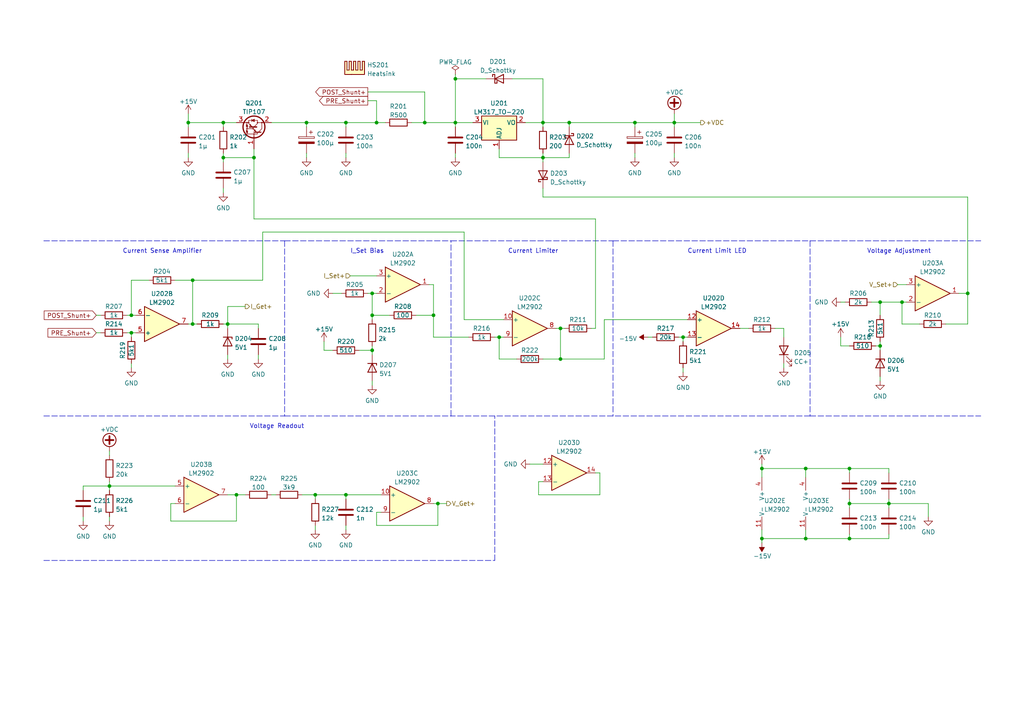
<source format=kicad_sch>
(kicad_sch (version 20211123) (generator eeschema)
  (paper "A4")
  (title_block (title "Positive Voltage Regulation") (date "2022-11-27") (rev "Rev V1.0") (company "Synthron"))
  (lib_symbols
    (symbol "Amplifier_Operational:LM2902" (pin_names (offset 0.127))
      (property "Reference" "U" (at 0 5.08 0))
      (property "Value" "LM2902" (at 0 -5.08 0))
      (symbol "LM2902_1_1"
        (polyline (pts (xy -5.08 5.08) (xy 5.08 0) (xy -5.08 -5.08) (xy -5.08 5.08)) (stroke (width 0.254)) (fill (type background)))
        (pin output line (at 7.62 0 180) (length 2.54) (name "~") (number "1"))
        (pin input line (at -7.62 -2.54 0) (length 2.54) (name "-") (number "2"))
        (pin input line (at -7.62 2.54 0) (length 2.54) (name "+") (number "3"))
      )
      (symbol "LM2902_2_1"
        (polyline (pts (xy -5.08 5.08) (xy 5.08 0) (xy -5.08 -5.08) (xy -5.08 5.08)) (stroke (width 0.254)) (fill (type background)))
        (pin input line (at -7.62 2.54 0) (length 2.54) (name "+") (number "5"))
        (pin input line (at -7.62 -2.54 0) (length 2.54) (name "-") (number "6"))
        (pin output line (at 7.62 0 180) (length 2.54) (name "~") (number "7"))
      )
      (symbol "LM2902_3_1"
        (polyline (pts (xy -5.08 5.08) (xy 5.08 0) (xy -5.08 -5.08) (xy -5.08 5.08)) (stroke (width 0.254)) (fill (type background)))
        (pin input line (at -7.62 2.54 0) (length 2.54) (name "+") (number "10"))
        (pin output line (at 7.62 0 180) (length 2.54) (name "~") (number "8"))
        (pin input line (at -7.62 -2.54 0) (length 2.54) (name "-") (number "9"))
      )
      (symbol "LM2902_4_1"
        (polyline (pts (xy -5.08 5.08) (xy 5.08 0) (xy -5.08 -5.08) (xy -5.08 5.08)) (stroke (width 0.254)) (fill (type background)))
        (pin input line (at -7.62 2.54 0) (length 2.54) (name "+") (number "12"))
        (pin input line (at -7.62 -2.54 0) (length 2.54) (name "-") (number "13"))
        (pin output line (at 7.62 0 180) (length 2.54) (name "~") (number "14"))
      )
      (symbol "LM2902_5_1"
        (pin power_in line (at -2.54 -7.62 90) (length 3.81) (name "V-") (number "11"))
        (pin power_in line (at -2.54 7.62 270) (length 3.81) (name "V+") (number "4"))
      )
    )
    (symbol "Device:C" (pin_numbers hide) (pin_names (offset 0.254))
      (property "Reference" "C" (at 0.635 2.54 0))
      (property "Value" "C" (at 0.635 -2.54 0))
      (symbol "C_0_1"
        (polyline (pts (xy -2.032 -0.762) (xy 2.032 -0.762)) (stroke (width 0.508)))
        (polyline (pts (xy -2.032 0.762) (xy 2.032 0.762)) (stroke (width 0.508)))
      )
      (symbol "C_1_1"
        (pin passive line (at 0 3.81 270) (length 2.794) (name "~") (number "1"))
        (pin passive line (at 0 -3.81 90) (length 2.794) (name "~") (number "2"))
      )
    )
    (symbol "Device:C_Polarized" (pin_numbers hide) (pin_names (offset 0.254))
      (property "Reference" "C" (at 0.635 2.54 0))
      (property "Value" "C_Polarized" (at 0.635 -2.54 0))
      (symbol "C_Polarized_0_1"
        (rectangle (start -2.286 0.508) (end 2.286 1.016))
        (polyline (pts (xy -1.778 2.286) (xy -0.762 2.286)))
        (polyline (pts (xy -1.27 2.794) (xy -1.27 1.778)))
        (rectangle (start 2.286 -0.508) (end -2.286 -1.016) (fill (type outline)))
      )
      (symbol "C_Polarized_1_1"
        (pin passive line (at 0 3.81 270) (length 2.794) (name "~") (number "1"))
        (pin passive line (at 0 -3.81 90) (length 2.794) (name "~") (number "2"))
      )
    )
    (symbol "Device:D_Schottky" (pin_numbers hide) (pin_names (offset 1.016) hide)
      (property "Reference" "D" (at 0 2.54 0))
      (property "Value" "D_Schottky" (at 0 -2.54 0))
      (symbol "D_Schottky_0_1"
        (polyline (pts (xy 1.27 0) (xy -1.27 0)))
        (polyline (pts (xy 1.27 1.27) (xy 1.27 -1.27) (xy -1.27 0) (xy 1.27 1.27)) (stroke (width 0.254)))
        (polyline (pts (xy -1.905 0.635) (xy -1.905 1.27) (xy -1.27 1.27) (xy -1.27 -1.27) (xy -0.635 -1.27) (xy -0.635 -0.635)) (stroke (width 0.254)))
      )
      (symbol "D_Schottky_1_1"
        (pin passive line (at -3.81 0 0) (length 2.54) (name "K") (number "1"))
        (pin passive line (at 3.81 0 180) (length 2.54) (name "A") (number "2"))
      )
    )
    (symbol "Device:D_Zener" (pin_numbers hide) (pin_names (offset 1.016) hide)
      (property "Reference" "D" (at 0 2.54 0))
      (property "Value" "D_Zener" (at 0 -2.54 0))
      (symbol "D_Zener_0_1"
        (polyline (pts (xy 1.27 0) (xy -1.27 0)))
        (polyline (pts (xy -1.27 -1.27) (xy -1.27 1.27) (xy -0.762 1.27)) (stroke (width 0.254)))
        (polyline (pts (xy 1.27 -1.27) (xy 1.27 1.27) (xy -1.27 0) (xy 1.27 -1.27)) (stroke (width 0.254)))
      )
      (symbol "D_Zener_1_1"
        (pin passive line (at -3.81 0 0) (length 2.54) (name "K") (number "1"))
        (pin passive line (at 3.81 0 180) (length 2.54) (name "A") (number "2"))
      )
    )
    (symbol "Device:LED" (pin_numbers hide) (pin_names (offset 1.016) hide)
      (property "Reference" "D" (at 0 2.54 0))
      (property "Value" "LED" (at 0 -2.54 0))
      (symbol "LED_0_1"
        (polyline (pts (xy -1.27 -1.27) (xy -1.27 1.27)) (stroke (width 0.254)))
        (polyline (pts (xy -1.27 0) (xy 1.27 0)))
        (polyline (pts (xy 1.27 -1.27) (xy 1.27 1.27) (xy -1.27 0) (xy 1.27 -1.27)) (stroke (width 0.254)))
        (polyline (pts (xy -3.048 -0.762) (xy -4.572 -2.286) (xy -3.81 -2.286) (xy -4.572 -2.286) (xy -4.572 -1.524)))
        (polyline (pts (xy -1.778 -0.762) (xy -3.302 -2.286) (xy -2.54 -2.286) (xy -3.302 -2.286) (xy -3.302 -1.524)))
      )
      (symbol "LED_1_1"
        (pin passive line (at -3.81 0 0) (length 2.54) (name "K") (number "1"))
        (pin passive line (at 3.81 0 180) (length 2.54) (name "A") (number "2"))
      )
    )
    (symbol "Device:R" (pin_numbers hide) (pin_names (offset 0))
      (property "Reference" "R" (at 2.032 0 90))
      (property "Value" "R" (at 0 0 90))
      (symbol "R_0_1"
        (rectangle (start -1.016 -2.54) (end 1.016 2.54) (stroke (width 0.254)))
      )
      (symbol "R_1_1"
        (pin passive line (at 0 3.81 270) (length 1.27) (name "~") (number "1"))
        (pin passive line (at 0 -3.81 90) (length 1.27) (name "~") (number "2"))
      )
    )
    (symbol "Mechanical:Heatsink" (pin_names (offset 1.016))
      (property "Reference" "HS" (at 0 5.08 0))
      (property "Value" "Heatsink" (at 0 -1.27 0))
      (symbol "Heatsink_0_1"
        (polyline (pts (xy -0.3302 1.27) (xy -0.9652 1.27) (xy -0.9652 3.81) (xy -1.6002 3.81) (xy -1.6002 1.27) (xy -2.2352 1.27) (xy -2.2352 3.81) (xy -2.8702 3.81) (xy -2.8702 0) (xy -0.9652 0)) (stroke (width 0.254)) (fill (type background)))
        (polyline (pts (xy -0.3302 1.27) (xy -0.3302 3.81) (xy 0.3048 3.81) (xy 0.3048 1.27) (xy 0.9398 1.27) (xy 0.9398 3.81) (xy 1.5748 3.81) (xy 1.5748 1.27) (xy 2.2098 1.27) (xy 2.2098 3.81) (xy 2.8448 3.81) (xy 2.8448 0) (xy -0.9652 0)) (stroke (width 0.254)) (fill (type background)))
      )
    )
    (symbol "Regulator_Linear:LM317_TO-220" (pin_names (offset 0.254))
      (property "Reference" "U" (at -3.81 3.175 0))
      (property "Value" "LM317_TO-220" (at 0 3.175 0))
      (symbol "LM317_TO-220_0_1"
        (rectangle (start -5.08 1.905) (end 5.08 -5.08) (stroke (width 0.254)) (fill (type background)))
      )
      (symbol "LM317_TO-220_1_1"
        (pin input line (at 0 -7.62 90) (length 2.54) (name "ADJ") (number "1"))
        (pin power_out line (at 7.62 0 180) (length 2.54) (name "VO") (number "2"))
        (pin power_in line (at -7.62 0 0) (length 2.54) (name "VI") (number "3"))
      )
    )
    (symbol "Transistor_BJT:TIP127" (pin_names (offset 0) hide)
      (property "Reference" "Q" (at 5.08 1.905 0))
      (property "Value" "TIP127" (at 5.08 0 0))
      (symbol "TIP127_0_1"
        (circle (center -0.762 0) (radius 0.127))
        (polyline (pts (xy -1.27 0) (xy -0.889 0)))
        (polyline (pts (xy 2.54 -2.032) (xy 2.54 -2.54)))
        (polyline (pts (xy 2.54 -1.524) (xy 3.175 -1.524)))
        (polyline (pts (xy 2.794 -0.635) (xy 3.556 -0.635)))
        (polyline (pts (xy 3.175 -1.524) (xy 3.175 -0.635)))
        (polyline (pts (xy 3.175 0.127) (xy 3.175 1.016)))
        (polyline (pts (xy 3.175 1.016) (xy 2.54 1.016)))
        (polyline (pts (xy -0.254 0.762) (xy 0.762 -0.254) (xy 1.27 -0.254)))
        (polyline (pts (xy -0.254 1.016) (xy -0.762 1.016) (xy -0.762 -2.032)))
        (polyline (pts (xy -0.254 1.27) (xy 0.762 2.286) (xy 2.54 2.286)))
        (polyline (pts (xy -0.254 2.032) (xy -0.254 0) (xy -0.254 0)) (stroke (width 0.3048)))
        (polyline (pts (xy 1.27 0.762) (xy 1.27 -1.27) (xy 1.27 -1.27)) (stroke (width 0.381)))
        (polyline (pts (xy 0 0.508) (xy 0.254 0) (xy 0.508 0.254) (xy 0 0.508)))
        (polyline (pts (xy 1.27 -0.508) (xy 2.286 -1.524) (xy 2.54 -1.524) (xy 2.54 -2.032)))
        (polyline (pts (xy 1.27 0) (xy 2.286 1.016) (xy 2.54 1.016) (xy 2.54 2.286)))
        (polyline (pts (xy 1.524 -0.762) (xy 1.778 -1.27) (xy 2.032 -1.016) (xy 1.524 -0.762)))
        (polyline (pts (xy 3.175 -0.635) (xy 2.794 0.127) (xy 3.556 0.127) (xy 3.175 -0.635)) (fill (type outline)))
        (polyline (pts (xy 0.762 -2.032) (xy 0.381 -2.032) (xy 0.254 -2.286) (xy 0.127 -1.778) (xy 0 -2.286) (xy -0.127 -1.778) (xy -0.254 -2.286) (xy -0.381 -1.778) (xy -0.508 -2.032) (xy -0.762 -2.032)))
        (polyline (pts (xy 0.762 -0.254) (xy 0.762 -2.032) (xy 1.143 -2.032) (xy 1.27 -1.778) (xy 1.397 -2.286) (xy 1.524 -1.778) (xy 1.651 -2.286) (xy 1.778 -1.778) (xy 1.905 -2.286) (xy 2.032 -2.032) (xy 2.54 -2.032)))
        (circle (center 0.762 -2.032) (radius 0.127))
        (circle (center 0.762 -0.254) (radius 0.127))
        (circle (center 1.27 0) (radius 3.175) (stroke (width 0.3556)))
        (circle (center 2.54 -2.032) (radius 0.127))
        (circle (center 2.54 -1.524) (radius 0.127))
        (circle (center 2.54 1.016) (radius 0.127))
        (circle (center 2.54 2.286) (radius 0.127))
      )
      (symbol "TIP127_1_1"
        (pin input line (at -5.08 0 0) (length 3.81) (name "B") (number "1"))
        (pin passive line (at 2.54 5.08 270) (length 2.667) (name "C") (number "2"))
        (pin passive line (at 2.54 -5.08 90) (length 2.54) (name "E") (number "3"))
      )
    )
    (symbol "power:+15V" (power) (pin_names (offset 0))
      (property "Value" "+15V" (at 0 3.556 0))
      (symbol "+15V_0_1"
        (polyline (pts (xy -0.762 1.27) (xy 0 2.54)))
        (polyline (pts (xy 0 0) (xy 0 2.54)))
        (polyline (pts (xy 0 2.54) (xy 0.762 1.27)))
      )
      (symbol "+15V_1_1"
        (pin power_in line (at 0 0 90) (length 0) hide (name "+15V") (number "1"))
      )
    )
    (symbol "power:+VDC" (power) (pin_names (offset 0))
      (property "Value" "+VDC" (at 0 6.35 0))
      (symbol "+VDC_0_1"
        (polyline (pts (xy -1.143 3.175) (xy 1.143 3.175)) (stroke (width 0.508)))
        (polyline (pts (xy 0 0) (xy 0 1.27)))
        (polyline (pts (xy 0 2.032) (xy 0 4.318)) (stroke (width 0.508)))
        (circle (center 0 3.175) (radius 1.905) (stroke (width 0.254)))
      )
      (symbol "+VDC_1_1"
        (pin power_in line (at 0 0 90) (length 0) hide (name "+VDC") (number "1"))
      )
    )
    (symbol "power:-15V" (power) (pin_names (offset 0))
      (property "Value" "-15V" (at 0 3.81 0))
      (symbol "-15V_0_0"
        (pin power_in line (at 0 0 90) (length 0) hide (name "-15V") (number "1"))
      )
      (symbol "-15V_0_1"
        (polyline (pts (xy 0 0) (xy 0 1.27) (xy 0.762 1.27) (xy 0 2.54) (xy -0.762 1.27) (xy 0 1.27)) (fill (type outline)))
      )
    )
    (symbol "power:GND" (power) (pin_names (offset 0))
      (property "Value" "GND" (at 0 -3.81 0))
      (symbol "GND_0_1"
        (polyline (pts (xy 0 0) (xy 0 -1.27) (xy 1.27 -1.27) (xy 0 -2.54) (xy -1.27 -1.27) (xy 0 -1.27)))
      )
      (symbol "GND_1_1"
        (pin power_in line (at 0 0 270) (length 0) hide (name "GND") (number "1"))
      )
    )
    (symbol "power:PWR_FLAG" (power) (pin_numbers hide) (pin_names (offset 0) hide)
      (property "Value" "PWR_FLAG" (at 0 3.81 0))
      (symbol "PWR_FLAG_0_0"
        (pin power_out line (at 0 0 90) (length 0) (name "pwr") (number "1"))
      )
      (symbol "PWR_FLAG_0_1"
        (polyline (pts (xy 0 0) (xy 0 1.27) (xy -1.016 1.905) (xy 0 2.54) (xy 1.016 1.905) (xy 0 1.27)))
      )
    )
  )
  (junction (at 255.27 87.63))
  (junction (at 55.88 81.28))
  (junction (at 195.58 35.56))
  (junction (at 162.56 104.14))
  (junction (at 64.77 35.56))
  (junction (at 107.95 101.6))
  (junction (at 233.68 135.89))
  (junction (at 157.48 35.56))
  (junction (at 123.19 35.56))
  (junction (at 132.08 35.56))
  (junction (at 246.38 156.21))
  (junction (at 66.04 93.98))
  (junction (at 246.38 135.89))
  (junction (at 54.61 35.56))
  (junction (at 162.56 95.25))
  (junction (at 55.88 93.98))
  (junction (at 125.73 91.44))
  (junction (at 31.75 140.97))
  (junction (at 38.1 91.44))
  (junction (at 109.22 35.56))
  (junction (at 261.62 87.63))
  (junction (at 198.12 97.79))
  (junction (at 144.78 97.79))
  (junction (at 257.81 146.05))
  (junction (at 107.95 91.44))
  (junction (at 100.33 143.51))
  (junction (at 88.9 35.56))
  (junction (at 73.66 45.72))
  (junction (at 38.1 96.52))
  (junction (at 91.44 143.51))
  (junction (at 107.95 85.09))
  (junction (at 220.98 135.89))
  (junction (at 280.67 85.09))
  (junction (at 233.68 156.21))
  (junction (at 132.08 22.86))
  (junction (at 165.1 35.56))
  (junction (at 246.38 146.05))
  (junction (at 100.33 35.56))
  (junction (at 220.98 156.21))
  (junction (at 255.27 100.33))
  (junction (at 157.48 45.72))
  (junction (at 184.15 35.56))
  (junction (at 64.77 45.72))
  (junction (at 127 146.05))
  (junction (at 68.58 143.51))
  (wire (pts (xy 172.72 63.5) (xy 73.66 63.5)))
  (wire (pts (xy 38.1 96.52) (xy 38.1 97.79)))
  (wire (pts (xy 157.48 44.45) (xy 157.48 45.72)))
  (wire (pts (xy 261.62 87.63) (xy 262.89 87.63)))
  (wire (pts (xy 257.81 156.21) (xy 246.38 156.21)))
  (wire (pts (xy 246.38 156.21) (xy 233.68 156.21)))
  (wire (pts (xy 261.62 93.98) (xy 261.62 87.63)))
  (polyline (pts (xy 177.8 120.65) (xy 130.81 120.65)))
  (wire (pts (xy 68.58 143.51) (xy 66.04 143.51)))
  (wire (pts (xy 252.73 87.63) (xy 255.27 87.63)))
  (wire (pts (xy 144.78 97.79) (xy 146.05 97.79)))
  (wire (pts (xy 123.19 35.56) (xy 132.08 35.56)))
  (wire (pts (xy 254 100.33) (xy 255.27 100.33)))
  (wire (pts (xy 55.88 93.98) (xy 57.15 93.98)))
  (wire (pts (xy 100.33 152.4) (xy 100.33 153.67)))
  (wire (pts (xy 243.84 97.79) (xy 243.84 100.33)))
  (wire (pts (xy 243.84 87.63) (xy 245.11 87.63)))
  (wire (pts (xy 76.2 67.31) (xy 134.62 67.31)))
  (wire (pts (xy 280.67 93.98) (xy 280.67 85.09)))
  (wire (pts (xy 106.68 29.21) (xy 109.22 29.21)))
  (wire (pts (xy 88.9 44.45) (xy 88.9 45.72)))
  (wire (pts (xy 132.08 35.56) (xy 132.08 36.83)))
  (wire (pts (xy 107.95 91.44) (xy 107.95 92.71)))
  (wire (pts (xy 157.48 139.7) (xy 156.21 139.7)))
  (wire (pts (xy 109.22 148.59) (xy 109.22 152.4)))
  (wire (pts (xy 27.94 96.52) (xy 29.21 96.52)))
  (wire (pts (xy 171.45 95.25) (xy 172.72 95.25)))
  (wire (pts (xy 195.58 33.02) (xy 195.58 35.56)))
  (wire (pts (xy 274.32 93.98) (xy 280.67 93.98)))
  (wire (pts (xy 233.68 138.43) (xy 233.68 135.89)))
  (wire (pts (xy 143.51 97.79) (xy 144.78 97.79)))
  (wire (pts (xy 132.08 22.86) (xy 132.08 35.56)))
  (wire (pts (xy 55.88 93.98) (xy 55.88 81.28)))
  (wire (pts (xy 195.58 44.45) (xy 195.58 45.72)))
  (wire (pts (xy 255.27 100.33) (xy 255.27 101.6)))
  (wire (pts (xy 157.48 104.14) (xy 162.56 104.14)))
  (wire (pts (xy 227.33 105.41) (xy 227.33 106.68)))
  (wire (pts (xy 123.19 26.67) (xy 123.19 35.56)))
  (wire (pts (xy 134.62 67.31) (xy 134.62 92.71)))
  (wire (pts (xy 31.75 130.81) (xy 31.75 132.08)))
  (wire (pts (xy 100.33 35.56) (xy 109.22 35.56)))
  (wire (pts (xy 165.1 44.45) (xy 165.1 45.72)))
  (wire (pts (xy 101.6 80.01) (xy 109.22 80.01)))
  (wire (pts (xy 195.58 35.56) (xy 203.2 35.56)))
  (wire (pts (xy 157.48 22.86) (xy 157.48 35.56)))
  (wire (pts (xy 38.1 91.44) (xy 39.37 91.44)))
  (wire (pts (xy 173.99 143.51) (xy 173.99 137.16)))
  (wire (pts (xy 246.38 137.16) (xy 246.38 135.89)))
  (wire (pts (xy 233.68 156.21) (xy 220.98 156.21)))
  (wire (pts (xy 107.95 85.09) (xy 109.22 85.09)))
  (wire (pts (xy 100.33 36.83) (xy 100.33 35.56)))
  (wire (pts (xy 100.33 44.45) (xy 100.33 45.72)))
  (wire (pts (xy 93.98 99.06) (xy 93.98 101.6)))
  (wire (pts (xy 100.33 143.51) (xy 100.33 144.78)))
  (wire (pts (xy 107.95 110.49) (xy 107.95 111.76)))
  (wire (pts (xy 38.1 81.28) (xy 38.1 91.44)))
  (wire (pts (xy 109.22 35.56) (xy 111.76 35.56)))
  (polyline (pts (xy 130.81 120.65) (xy 130.81 69.85)))
  (wire (pts (xy 132.08 45.72) (xy 132.08 44.45)))
  (wire (pts (xy 66.04 102.87) (xy 66.04 104.14)))
  (wire (pts (xy 64.77 35.56) (xy 68.58 35.56)))
  (polyline (pts (xy 234.95 69.85) (xy 234.95 120.65)))
  (wire (pts (xy 246.38 146.05) (xy 246.38 147.32)))
  (wire (pts (xy 220.98 134.62) (xy 220.98 135.89)))
  (wire (pts (xy 153.67 134.62) (xy 157.48 134.62)))
  (wire (pts (xy 107.95 101.6) (xy 107.95 102.87)))
  (wire (pts (xy 227.33 95.25) (xy 227.33 97.79)))
  (wire (pts (xy 125.73 82.55) (xy 125.73 91.44)))
  (wire (pts (xy 246.38 154.94) (xy 246.38 156.21)))
  (wire (pts (xy 66.04 93.98) (xy 66.04 95.25)))
  (wire (pts (xy 110.49 148.59) (xy 109.22 148.59)))
  (wire (pts (xy 54.61 93.98) (xy 55.88 93.98)))
  (wire (pts (xy 135.89 97.79) (xy 125.73 97.79)))
  (polyline (pts (xy 82.55 120.65) (xy 130.81 120.65)))
  (wire (pts (xy 162.56 95.25) (xy 161.29 95.25)))
  (wire (pts (xy 198.12 106.68) (xy 198.12 107.95)))
  (wire (pts (xy 246.38 146.05) (xy 257.81 146.05)))
  (wire (pts (xy 24.13 140.97) (xy 31.75 140.97)))
  (wire (pts (xy 64.77 35.56) (xy 64.77 36.83)))
  (wire (pts (xy 132.08 21.59) (xy 132.08 22.86)))
  (wire (pts (xy 257.81 144.78) (xy 257.81 146.05)))
  (wire (pts (xy 224.79 95.25) (xy 227.33 95.25)))
  (wire (pts (xy 280.67 85.09) (xy 278.13 85.09)))
  (wire (pts (xy 144.78 45.72) (xy 144.78 43.18)))
  (wire (pts (xy 198.12 97.79) (xy 199.39 97.79)))
  (wire (pts (xy 280.67 57.15) (xy 157.48 57.15)))
  (polyline (pts (xy 143.51 162.56) (xy 143.51 120.65)))
  (wire (pts (xy 36.83 96.52) (xy 38.1 96.52)))
  (wire (pts (xy 24.13 142.24) (xy 24.13 140.97)))
  (wire (pts (xy 107.95 100.33) (xy 107.95 101.6)))
  (wire (pts (xy 106.68 85.09) (xy 107.95 85.09)))
  (wire (pts (xy 127 146.05) (xy 125.73 146.05)))
  (polyline (pts (xy 12.7 120.65) (xy 82.55 120.65)))
  (wire (pts (xy 175.26 92.71) (xy 199.39 92.71)))
  (wire (pts (xy 66.04 93.98) (xy 74.93 93.98)))
  (wire (pts (xy 132.08 35.56) (xy 137.16 35.56)))
  (wire (pts (xy 157.48 35.56) (xy 157.48 36.83)))
  (wire (pts (xy 149.86 104.14) (xy 144.78 104.14)))
  (wire (pts (xy 157.48 45.72) (xy 157.48 46.99)))
  (wire (pts (xy 31.75 149.86) (xy 31.75 151.13)))
  (polyline (pts (xy 177.8 69.85) (xy 234.95 69.85)))
  (wire (pts (xy 156.21 139.7) (xy 156.21 143.51)))
  (wire (pts (xy 257.81 154.94) (xy 257.81 156.21)))
  (wire (pts (xy 257.81 146.05) (xy 269.24 146.05)))
  (wire (pts (xy 64.77 45.72) (xy 64.77 46.99)))
  (wire (pts (xy 73.66 63.5) (xy 73.66 45.72)))
  (wire (pts (xy 31.75 139.7) (xy 31.75 140.97)))
  (wire (pts (xy 269.24 146.05) (xy 269.24 149.86)))
  (wire (pts (xy 124.46 82.55) (xy 125.73 82.55)))
  (wire (pts (xy 106.68 26.67) (xy 123.19 26.67)))
  (wire (pts (xy 157.48 57.15) (xy 157.48 54.61)))
  (wire (pts (xy 27.94 91.44) (xy 29.21 91.44)))
  (wire (pts (xy 54.61 44.45) (xy 54.61 45.72)))
  (wire (pts (xy 54.61 33.02) (xy 54.61 35.56)))
  (wire (pts (xy 195.58 35.56) (xy 195.58 36.83)))
  (wire (pts (xy 64.77 45.72) (xy 73.66 45.72)))
  (wire (pts (xy 173.99 137.16) (xy 172.72 137.16)))
  (wire (pts (xy 162.56 104.14) (xy 162.56 95.25)))
  (wire (pts (xy 246.38 135.89) (xy 233.68 135.89)))
  (wire (pts (xy 100.33 35.56) (xy 88.9 35.56)))
  (wire (pts (xy 127 146.05) (xy 129.54 146.05)))
  (wire (pts (xy 220.98 156.21) (xy 220.98 157.48)))
  (wire (pts (xy 266.7 93.98) (xy 261.62 93.98)))
  (wire (pts (xy 165.1 35.56) (xy 184.15 35.56)))
  (polyline (pts (xy 177.8 69.85) (xy 177.8 120.65)))
  (wire (pts (xy 257.81 146.05) (xy 257.81 147.32)))
  (wire (pts (xy 187.96 97.79) (xy 189.23 97.79)))
  (wire (pts (xy 91.44 152.4) (xy 91.44 153.67)))
  (wire (pts (xy 24.13 149.86) (xy 24.13 151.13)))
  (wire (pts (xy 184.15 44.45) (xy 184.15 45.72)))
  (wire (pts (xy 74.93 93.98) (xy 74.93 95.25)))
  (wire (pts (xy 243.84 100.33) (xy 246.38 100.33)))
  (wire (pts (xy 49.53 146.05) (xy 49.53 151.13)))
  (wire (pts (xy 31.75 140.97) (xy 31.75 142.24)))
  (wire (pts (xy 196.85 97.79) (xy 198.12 97.79)))
  (polyline (pts (xy 82.55 69.85) (xy 130.81 69.85)))
  (wire (pts (xy 109.22 29.21) (xy 109.22 35.56)))
  (wire (pts (xy 55.88 81.28) (xy 50.8 81.28)))
  (wire (pts (xy 104.14 101.6) (xy 107.95 101.6)))
  (wire (pts (xy 93.98 101.6) (xy 96.52 101.6)))
  (wire (pts (xy 255.27 91.44) (xy 255.27 87.63)))
  (wire (pts (xy 162.56 95.25) (xy 163.83 95.25)))
  (wire (pts (xy 36.83 91.44) (xy 38.1 91.44)))
  (polyline (pts (xy 130.81 69.85) (xy 177.8 69.85)))
  (wire (pts (xy 49.53 151.13) (xy 68.58 151.13)))
  (wire (pts (xy 68.58 151.13) (xy 68.58 143.51)))
  (polyline (pts (xy 234.95 69.85) (xy 284.48 69.85)))
  (wire (pts (xy 198.12 97.79) (xy 198.12 99.06)))
  (wire (pts (xy 64.77 93.98) (xy 66.04 93.98)))
  (polyline (pts (xy 12.7 69.85) (xy 82.55 69.85)))
  (wire (pts (xy 148.59 22.86) (xy 157.48 22.86)))
  (wire (pts (xy 233.68 153.67) (xy 233.68 156.21)))
  (wire (pts (xy 109.22 152.4) (xy 127 152.4)))
  (wire (pts (xy 87.63 143.51) (xy 91.44 143.51)))
  (wire (pts (xy 162.56 104.14) (xy 175.26 104.14)))
  (wire (pts (xy 280.67 85.09) (xy 280.67 57.15)))
  (wire (pts (xy 38.1 96.52) (xy 39.37 96.52)))
  (wire (pts (xy 50.8 146.05) (xy 49.53 146.05)))
  (wire (pts (xy 55.88 81.28) (xy 76.2 81.28)))
  (wire (pts (xy 152.4 35.56) (xy 157.48 35.56)))
  (wire (pts (xy 64.77 54.61) (xy 64.77 55.88)))
  (wire (pts (xy 255.27 99.06) (xy 255.27 100.33)))
  (wire (pts (xy 157.48 35.56) (xy 165.1 35.56)))
  (wire (pts (xy 127 152.4) (xy 127 146.05)))
  (polyline (pts (xy 82.55 69.85) (xy 82.55 120.65)))
  (wire (pts (xy 184.15 35.56) (xy 184.15 36.83)))
  (wire (pts (xy 74.93 102.87) (xy 74.93 104.14)))
  (wire (pts (xy 88.9 35.56) (xy 78.74 35.56)))
  (wire (pts (xy 125.73 91.44) (xy 125.73 97.79)))
  (wire (pts (xy 73.66 45.72) (xy 73.66 43.18)))
  (wire (pts (xy 233.68 135.89) (xy 220.98 135.89)))
  (wire (pts (xy 66.04 88.9) (xy 66.04 93.98)))
  (wire (pts (xy 76.2 81.28) (xy 76.2 67.31)))
  (wire (pts (xy 134.62 92.71) (xy 146.05 92.71)))
  (wire (pts (xy 91.44 143.51) (xy 100.33 143.51)))
  (wire (pts (xy 54.61 35.56) (xy 64.77 35.56)))
  (wire (pts (xy 214.63 95.25) (xy 217.17 95.25)))
  (wire (pts (xy 88.9 36.83) (xy 88.9 35.56)))
  (wire (pts (xy 165.1 45.72) (xy 157.48 45.72)))
  (polyline (pts (xy 234.95 120.65) (xy 284.48 120.65)))
  (wire (pts (xy 257.81 137.16) (xy 257.81 135.89)))
  (wire (pts (xy 255.27 87.63) (xy 261.62 87.63)))
  (wire (pts (xy 255.27 109.22) (xy 255.27 110.49)))
  (wire (pts (xy 175.26 104.14) (xy 175.26 92.71)))
  (wire (pts (xy 119.38 35.56) (xy 123.19 35.56)))
  (wire (pts (xy 68.58 143.51) (xy 71.12 143.51)))
  (wire (pts (xy 64.77 44.45) (xy 64.77 45.72)))
  (wire (pts (xy 31.75 140.97) (xy 50.8 140.97)))
  (wire (pts (xy 96.52 85.09) (xy 99.06 85.09)))
  (wire (pts (xy 113.03 91.44) (xy 107.95 91.44)))
  (wire (pts (xy 125.73 91.44) (xy 120.65 91.44)))
  (wire (pts (xy 156.21 143.51) (xy 173.99 143.51)))
  (wire (pts (xy 220.98 153.67) (xy 220.98 156.21)))
  (wire (pts (xy 91.44 143.51) (xy 91.44 144.78)))
  (polyline (pts (xy 12.7 162.56) (xy 143.51 162.56)))
  (wire (pts (xy 184.15 35.56) (xy 195.58 35.56)))
  (wire (pts (xy 157.48 45.72) (xy 144.78 45.72)))
  (wire (pts (xy 100.33 143.51) (xy 110.49 143.51)))
  (wire (pts (xy 71.12 88.9) (xy 66.04 88.9)))
  (wire (pts (xy 220.98 135.89) (xy 220.98 138.43)))
  (wire (pts (xy 107.95 91.44) (xy 107.95 85.09)))
  (wire (pts (xy 165.1 35.56) (xy 165.1 36.83)))
  (wire (pts (xy 38.1 105.41) (xy 38.1 106.68)))
  (wire (pts (xy 43.18 81.28) (xy 38.1 81.28)))
  (wire (pts (xy 246.38 144.78) (xy 246.38 146.05)))
  (wire (pts (xy 78.74 143.51) (xy 80.01 143.51)))
  (wire (pts (xy 144.78 104.14) (xy 144.78 97.79)))
  (wire (pts (xy 172.72 95.25) (xy 172.72 63.5)))
  (wire (pts (xy 140.97 22.86) (xy 132.08 22.86)))
  (wire (pts (xy 54.61 35.56) (xy 54.61 36.83)))
  (polyline (pts (xy 234.95 120.65) (xy 177.8 120.65)))
  (wire (pts (xy 260.35 82.55) (xy 262.89 82.55)))
  (wire (pts (xy 257.81 135.89) (xy 246.38 135.89)))
  (text "I_Set Bias" (at 101.6 73.66 0) (effects (font (size 1.27 1.27)) (justify left bottom)))
  (text "Voltage Readout" (at 72.39 124.46 0) (effects (font (size 1.27 1.27)) (justify left bottom)))
  (text "Current Sense Amplifier" (at 35.56 73.66 0) (effects (font (size 1.27 1.27)) (justify left bottom)))
  (text "Current Limit LED" (at 199.39 73.66 0) (effects (font (size 1.27 1.27)) (justify left bottom)))
  (text "Current Limiter" (at 147.32 73.66 0) (effects (font (size 1.27 1.27)) (justify left bottom)))
  (text "Voltage Adjustment" (at 251.46 73.66 0) (effects (font (size 1.27 1.27)) (justify left bottom)))
  (global_label "POST_Shunt+" (shape input) (at 27.94 91.44 180) (property "Intersheet References" "${INTERSHEET_REFS}" (effects hide)))
  (global_label "PRE_Shunt+" (shape input) (at 27.94 96.52 180) (property "Intersheet References" "${INTERSHEET_REFS}" (effects hide)))
  (global_label "PRE_Shunt+" (shape output) (at 106.68 29.21 180) (property "Intersheet References" "${INTERSHEET_REFS}" (effects hide)))
  (global_label "POST_Shunt+" (shape output) (at 106.68 26.67 180) (property "Intersheet References" "${INTERSHEET_REFS}" (effects hide)))
  (hierarchical_label "I_Get+" (shape output) (at 71.12 88.9 0))
  (hierarchical_label "I_Set+" (shape input) (at 101.6 80.01 180))
  (hierarchical_label "V_Get+" (shape output) (at 129.54 146.05 0))
  (hierarchical_label "+VDC" (shape output) (at 203.2 35.56 0))
  (hierarchical_label "V_Set+" (shape input) (at 260.35 82.55 180))
  (symbol (lib_id "power:+15V") (at 54.61 33.02 0) (unit 1)
    (property "Reference" "#PWR0201" (effects hide))
    (property "Value" "+15V" (at 54.61 29.4442 0))
  )
  (symbol (lib_id "Device:R") (at 139.7 97.79 90) (unit 1)
    (property "Reference" "R216" (at 139.7 95.25 90))
    (property "Value" "1k" (at 139.7 97.79 90))
    (property "Footprint" "Resistor_SMD:R_0805_2012Metric" (effects hide))
  )
  (symbol (lib_id "power:GND") (at 100.33 153.67 0) (unit 1)
    (property "Reference" "#PWR0229" (effects hide))
    (property "Value" "GND" (at 100.33 158.1134 0))
  )
  (symbol (lib_id "power:GND") (at 184.15 45.72 0) (unit 1)
    (property "Reference" "#PWR0207" (effects hide))
    (property "Value" "GND" (at 184.15 50.1634 0))
  )
  (symbol (lib_id "Device:R") (at 167.64 95.25 90) (unit 1)
    (property "Reference" "R211" (at 167.64 92.71 90))
    (property "Value" "10k" (at 167.64 95.25 90))
    (property "Footprint" "Resistor_SMD:R_0805_2012Metric" (effects hide))
  )
  (symbol (lib_id "Device:D_Schottky") (at 165.1 40.64 270) (unit 1)
    (property "Reference" "D202" (at 167.132 39.4878 90) (effects (justify left)))
    (property "Value" "D_Schottky" (at 167.132 42.0247 90) (effects (justify left)))
    (property "Footprint" "Diode_SMD:D_SOD-123" (effects hide))
  )
  (symbol (lib_id "Device:R") (at 74.93 143.51 90) (unit 1)
    (property "Reference" "R224" (at 74.93 138.7942 90))
    (property "Value" "100" (at 74.93 141.3311 90))
    (property "Footprint" "Resistor_SMD:R_0805_2012Metric" (effects hide))
  )
  (symbol (lib_id "power:GND") (at 74.93 104.14 0) (unit 1)
    (property "Reference" "#PWR0216" (effects hide))
    (property "Value" "GND" (at 74.93 108.5834 0))
  )
  (symbol (lib_id "Device:C") (at 74.93 99.06 0) (unit 1)
    (property "Reference" "C208" (at 77.851 98.2253 0) (effects (justify left)))
    (property "Value" "1µ" (at 77.851 100.7622 0) (effects (justify left)))
    (property "Footprint" "Capacitor_SMD:C_0805_2012Metric" (effects hide))
  )
  (symbol (lib_id "Device:R") (at 157.48 40.64 0) (unit 1)
    (property "Reference" "R203" (at 159.258 39.8053 0) (effects (justify left)))
    (property "Value" "200" (at 159.258 42.3422 0) (effects (justify left)))
    (property "Footprint" "Resistor_SMD:R_0805_2012Metric" (effects hide))
  )
  (symbol (lib_id "power:GND") (at 100.33 45.72 0) (unit 1)
    (property "Reference" "#PWR0205" (effects hide))
    (property "Value" "GND" (at 100.33 50.1634 0))
  )
  (symbol (lib_id "power:GND") (at 255.27 110.49 0) (unit 1)
    (property "Reference" "#PWR0220" (effects hide))
    (property "Value" "GND" (at 255.27 114.9334 0))
  )
  (symbol (lib_id "Device:C_Polarized") (at 88.9 40.64 0) (mirror y) (unit 1)
    (property "Reference" "C202" (at 91.821 38.9163 0) (effects (justify right)))
    (property "Value" "100µ" (at 91.821 41.4532 0) (effects (justify right)))
    (property "Footprint" "Capacitor_SMD:CP_Elec_5x5.8" (effects hide))
  )
  (symbol (lib_id "Device:C") (at 132.08 40.64 0) (unit 1)
    (property "Reference" "C204" (at 135.001 39.8053 0) (effects (justify left)))
    (property "Value" "100n" (at 135.001 42.3422 0) (effects (justify left)))
    (property "Footprint" "Capacitor_SMD:C_0805_2012Metric" (effects hide))
  )
  (symbol (lib_id "power:GND") (at 64.77 55.88 0) (unit 1)
    (property "Reference" "#PWR0209" (effects hide))
    (property "Value" "GND" (at 64.77 60.3234 0))
  )
  (symbol (lib_id "Device:C") (at 24.13 146.05 0) (unit 1)
    (property "Reference" "C211" (at 27.051 145.2153 0) (effects (justify left)))
    (property "Value" "1µ" (at 27.051 147.7522 0) (effects (justify left)))
    (property "Footprint" "Capacitor_SMD:C_0805_2012Metric" (effects hide))
  )
  (symbol (lib_id "Device:R") (at 107.95 96.52 0) (unit 1)
    (property "Reference" "R215" (at 109.728 95.6853 0) (effects (justify left)))
    (property "Value" "2k" (at 109.728 98.2222 0) (effects (justify left)))
    (property "Footprint" "Resistor_SMD:R_0805_2012Metric" (effects hide))
  )
  (symbol (lib_id "Device:R") (at 31.75 146.05 0) (unit 1)
    (property "Reference" "R226" (at 33.528 145.2153 0) (effects (justify left)))
    (property "Value" "5k1" (at 33.528 147.7522 0) (effects (justify left)))
    (property "Footprint" "Resistor_SMD:R_0805_2012Metric" (effects hide))
  )
  (symbol (lib_id "Device:R") (at 220.98 95.25 90) (unit 1)
    (property "Reference" "R212" (at 220.98 92.71 90))
    (property "Value" "1k" (at 220.98 95.25 90))
    (property "Footprint" "Resistor_SMD:R_0805_2012Metric" (effects hide))
  )
  (symbol (lib_id "Amplifier_Operational:LM2902") (at 116.84 82.55 0) (unit 1)
    (property "Reference" "U202" (at 116.84 73.7702 0))
    (property "Value" "LM2902" (at 116.84 76.3071 0))
    (property "Footprint" "Package_SO:TSSOP-14_4.4x5mm_P0.65mm" (effects hide))
    (property "Datasheet" "http://www.ti.com/lit/ds/symlink/lm2902-n.pdf" (effects hide))
  )
  (symbol (lib_id "power:GND") (at 243.84 87.63 270) (unit 1)
    (property "Reference" "#PWR0211" (effects hide))
    (property "Value" "GND" (at 236.22 87.63 90) (effects (justify left)))
  )
  (symbol (lib_id "power:GND") (at 153.67 134.62 270) (unit 1)
    (property "Reference" "#PWR0223" (effects hide))
    (property "Value" "GND" (at 146.05 134.62 90) (effects (justify left)))
  )
  (symbol (lib_id "Device:D_Schottky") (at 157.48 50.8 90) (unit 1)
    (property "Reference" "D203" (at 159.512 50.2828 90) (effects (justify right)))
    (property "Value" "D_Schottky" (at 159.512 52.8197 90) (effects (justify right)))
    (property "Footprint" "Diode_SMD:D_SOD-123" (effects hide))
  )
  (symbol (lib_id "Device:C") (at 54.61 40.64 0) (unit 1)
    (property "Reference" "C201" (at 57.531 39.8053 0) (effects (justify left)))
    (property "Value" "1µ" (at 57.531 42.3422 0) (effects (justify left)))
    (property "Footprint" "Capacitor_SMD:C_0805_2012Metric" (effects hide))
  )
  (symbol (lib_id "Device:R") (at 83.82 143.51 90) (unit 1)
    (property "Reference" "R225" (at 83.82 138.7942 90))
    (property "Value" "3k9" (at 83.82 141.3311 90))
    (property "Footprint" "Resistor_SMD:R_0805_2012Metric" (effects hide))
  )
  (symbol (lib_id "power:GND") (at 132.08 45.72 0) (unit 1)
    (property "Reference" "#PWR0206" (effects hide))
    (property "Value" "GND" (at 132.08 50.1634 0))
  )
  (symbol (lib_id "Device:R") (at 31.75 135.89 0) (unit 1)
    (property "Reference" "R223" (at 33.528 135.0553 0) (effects (justify left)))
    (property "Value" "20k" (at 33.528 137.5922 0) (effects (justify left)))
    (property "Footprint" "Resistor_SMD:R_0805_2012Metric" (effects hide))
  )
  (symbol (lib_id "Device:D_Zener") (at 107.95 106.68 270) (unit 1)
    (property "Reference" "D207" (at 109.982 105.8453 90) (effects (justify left)))
    (property "Value" "5V1" (at 109.982 108.3822 90) (effects (justify left)))
    (property "Footprint" "Diode_SMD:D_SOD-123" (effects hide))
  )
  (symbol (lib_id "Device:R") (at 198.12 102.87 0) (unit 1)
    (property "Reference" "R221" (at 199.898 102.0353 0) (effects (justify left)))
    (property "Value" "5k1" (at 199.898 104.5722 0) (effects (justify left)))
    (property "Footprint" "Resistor_SMD:R_0805_2012Metric" (effects hide))
  )
  (symbol (lib_id "Device:R") (at 255.27 95.25 180) (unit 1)
    (property "Reference" "R213" (at 252.73 95.25 90))
    (property "Value" "5k1" (at 255.27 95.25 90))
    (property "Footprint" "Resistor_SMD:R_0805_2012Metric" (effects hide))
  )
  (symbol (lib_id "power:GND") (at 54.61 45.72 0) (unit 1)
    (property "Reference" "#PWR0203" (effects hide))
    (property "Value" "GND" (at 54.61 50.1634 0))
  )
  (symbol (lib_id "power:GND") (at 227.33 106.68 0) (unit 1)
    (property "Reference" "#PWR0218" (effects hide))
    (property "Value" "GND" (at 227.33 111.1234 0))
  )
  (symbol (lib_id "Device:C") (at 246.38 151.13 0) (unit 1)
    (property "Reference" "C213" (at 249.301 150.2953 0) (effects (justify left)))
    (property "Value" "100n" (at 249.301 152.8322 0) (effects (justify left)))
    (property "Footprint" "Capacitor_SMD:C_0805_2012Metric" (effects hide))
  )
  (symbol (lib_id "Device:C_Polarized") (at 184.15 40.64 0) (mirror y) (unit 1)
    (property "Reference" "C205" (at 187.071 38.9163 0) (effects (justify right)))
    (property "Value" "100µ" (at 187.071 41.4532 0) (effects (justify right)))
    (property "Footprint" "Capacitor_SMD:CP_Elec_5x5.8" (effects hide))
  )
  (symbol (lib_id "power:GND") (at 107.95 111.76 0) (unit 1)
    (property "Reference" "#PWR0221" (effects hide))
    (property "Value" "GND" (at 107.95 116.2034 0))
  )
  (symbol (lib_id "Device:C") (at 246.38 140.97 0) (unit 1)
    (property "Reference" "C209" (at 249.301 140.1353 0) (effects (justify left)))
    (property "Value" "100n" (at 249.301 142.6722 0) (effects (justify left)))
    (property "Footprint" "Capacitor_SMD:C_0805_2012Metric" (effects hide))
  )
  (symbol (lib_id "Device:R") (at 46.99 81.28 90) (unit 1)
    (property "Reference" "R204" (at 46.99 78.74 90))
    (property "Value" "5k1" (at 46.99 81.28 90))
    (property "Footprint" "Resistor_SMD:R_0805_2012Metric" (effects hide))
  )
  (symbol (lib_id "Mechanical:Heatsink") (at 102.87 21.59 0) (unit 1)
    (property "Reference" "HS201" (at 106.4768 18.8503 0) (effects (justify left)))
    (property "Value" "Heatsink" (at 106.4768 21.3872 0) (effects (justify left)))
    (property "Footprint" "eigene:SK574-50" (effects hide))
  )
  (symbol (lib_id "Device:R") (at 100.33 101.6 90) (unit 1)
    (property "Reference" "R220" (at 100.33 99.06 90))
    (property "Value" "510" (at 100.33 101.6 90))
    (property "Footprint" "Resistor_SMD:R_0805_2012Metric" (effects hide))
  )
  (symbol (lib_id "Device:R") (at 193.04 97.79 90) (unit 1)
    (property "Reference" "R217" (at 193.04 95.25 90))
    (property "Value" "20k" (at 193.04 97.79 90))
    (property "Footprint" "Resistor_SMD:R_0805_2012Metric" (effects hide))
  )
  (symbol (lib_id "Amplifier_Operational:LM2902") (at 270.51 85.09 0) (unit 1)
    (property "Reference" "U203" (at 270.51 76.3102 0))
    (property "Value" "LM2902" (at 270.51 78.8471 0))
    (property "Footprint" "Package_SO:TSSOP-14_4.4x5mm_P0.65mm" (effects hide))
    (property "Datasheet" "http://www.ti.com/lit/ds/symlink/lm2902-n.pdf" (effects hide))
  )
  (symbol (lib_id "Device:C") (at 257.81 151.13 0) (unit 1)
    (property "Reference" "C214" (at 260.731 150.2953 0) (effects (justify left)))
    (property "Value" "100n" (at 260.731 152.8322 0) (effects (justify left)))
    (property "Footprint" "Capacitor_SMD:C_0805_2012Metric" (effects hide))
  )
  (symbol (lib_id "power:GND") (at 96.52 85.09 270) (unit 1)
    (property "Reference" "#PWR0210" (effects hide))
    (property "Value" "GND" (at 88.9 85.09 90) (effects (justify left)))
  )
  (symbol (lib_id "Device:C") (at 100.33 40.64 0) (unit 1)
    (property "Reference" "C203" (at 103.251 39.8053 0) (effects (justify left)))
    (property "Value" "100n" (at 103.251 42.3422 0) (effects (justify left)))
    (property "Footprint" "Capacitor_SMD:C_0805_2012Metric" (effects hide))
  )
  (symbol (lib_id "Device:R") (at 91.44 148.59 0) (unit 1)
    (property "Reference" "R227" (at 93.218 147.7553 0) (effects (justify left)))
    (property "Value" "12k" (at 93.218 150.2922 0) (effects (justify left)))
    (property "Footprint" "Resistor_SMD:R_0805_2012Metric" (effects hide))
  )
  (symbol (lib_id "power:+15V") (at 93.98 99.06 0) (unit 1)
    (property "Reference" "#PWR0214" (effects hide))
    (property "Value" "+15V" (at 93.98 95.4842 0))
  )
  (symbol (lib_id "Amplifier_Operational:LM2902") (at 165.1 137.16 0) (unit 4)
    (property "Reference" "U203" (at 165.1 128.3802 0))
    (property "Value" "LM2902" (at 165.1 130.9171 0))
    (property "Footprint" "Package_SO:TSSOP-14_4.4x5mm_P0.65mm" (effects hide))
    (property "Datasheet" "http://www.ti.com/lit/ds/symlink/lm2902-n.pdf" (effects hide))
  )
  (symbol (lib_id "power:GND") (at 31.75 151.13 0) (unit 1)
    (property "Reference" "#PWR0227" (effects hide))
    (property "Value" "GND" (at 31.75 155.5734 0))
  )
  (symbol (lib_id "Amplifier_Operational:LM2902") (at 223.52 146.05 0) (unit 5)
    (property "Reference" "U202" (at 221.615 145.2153 0) (effects (justify left)))
    (property "Value" "LM2902" (at 221.615 147.7522 0) (effects (justify left)))
    (property "Footprint" "Package_SO:TSSOP-14_4.4x5mm_P0.65mm" (effects hide))
    (property "Datasheet" "http://www.ti.com/lit/ds/symlink/lm2902-n.pdf" (effects hide))
  )
  (symbol (lib_id "power:GND") (at 24.13 151.13 0) (unit 1)
    (property "Reference" "#PWR0226" (effects hide))
    (property "Value" "GND" (at 24.13 155.5734 0))
  )
  (symbol (lib_id "Device:R") (at 38.1 101.6 180) (unit 1)
    (property "Reference" "R219" (at 35.56 101.6 90))
    (property "Value" "5k1" (at 38.1 101.6 90))
    (property "Footprint" "Resistor_SMD:R_0805_2012Metric" (effects hide))
  )
  (symbol (lib_id "Transistor_BJT:TIP127") (at 73.66 38.1 270) (mirror x) (unit 1)
    (property "Reference" "Q201" (at 73.66 29.9044 90))
    (property "Value" "TIP107" (at 73.66 32.4413 90))
    (property "Footprint" "Package_TO_SOT_THT:TO-220-3_Vertical" (effects hide))
    (property "Datasheet" "https://www.onsemi.com/pub/Collateral/TIP120-D.PDF" (effects hide))
  )
  (symbol (lib_id "power:GND") (at 198.12 107.95 0) (unit 1)
    (property "Reference" "#PWR0219" (effects hide))
    (property "Value" "GND" (at 198.12 112.3934 0))
  )
  (symbol (lib_id "power:GND") (at 195.58 45.72 0) (unit 1)
    (property "Reference" "#PWR0208" (effects hide))
    (property "Value" "GND" (at 195.58 50.1634 0))
  )
  (symbol (lib_id "Device:LED") (at 227.33 101.6 90) (unit 1)
    (property "Reference" "D205" (at 230.251 102.3528 90) (effects (justify right)))
    (property "Value" "CC+" (at 230.251 104.8897 90) (effects (justify right)))
    (property "Footprint" "LED_THT:LED_D3.0mm" (effects hide))
  )
  (symbol (lib_id "Regulator_Linear:LM317_TO-220") (at 144.78 35.56 0) (unit 1)
    (property "Reference" "U201" (at 144.78 29.9552 0))
    (property "Value" "LM317_TO-220" (at 144.78 32.4921 0))
    (property "Footprint" "Package_TO_SOT_THT:TO-220-3_Vertical" (effects hide))
    (property "Datasheet" "http://www.ti.com/lit/ds/symlink/lm317.pdf" (effects hide))
  )
  (symbol (lib_id "Device:D_Zener") (at 255.27 105.41 270) (unit 1)
    (property "Reference" "D206" (at 257.302 104.5753 90) (effects (justify left)))
    (property "Value" "5V1" (at 257.302 107.1122 90) (effects (justify left)))
    (property "Footprint" "Diode_SMD:D_SOD-123" (effects hide))
  )
  (symbol (lib_id "Amplifier_Operational:LM2902") (at 46.99 93.98 0) (mirror x) (unit 2)
    (property "Reference" "U202" (at 46.99 85.2002 0))
    (property "Value" "LM2902" (at 46.99 87.7371 0))
    (property "Footprint" "Package_SO:TSSOP-14_4.4x5mm_P0.65mm" (effects hide))
    (property "Datasheet" "http://www.ti.com/lit/ds/symlink/lm2902-n.pdf" (effects hide))
  )
  (symbol (lib_id "Device:D_Schottky") (at 144.78 22.86 0) (unit 1)
    (property "Reference" "D201" (at 144.4625 17.8902 0))
    (property "Value" "D_Schottky" (at 144.4625 20.4271 0))
    (property "Footprint" "Diode_SMD:D_SOD-123" (effects hide))
  )
  (symbol (lib_id "Device:R") (at 115.57 35.56 90) (unit 1)
    (property "Reference" "R201" (at 115.57 30.8442 90))
    (property "Value" "R500" (at 115.57 33.3811 90))
    (property "Footprint" "Resistor_SMD:R_2512_6332Metric" (effects hide))
  )
  (symbol (lib_id "power:+VDC") (at 31.75 130.81 0) (unit 1)
    (property "Reference" "#PWR0222" (effects hide))
    (property "Value" "+VDC" (at 31.75 124.5672 0))
  )
  (symbol (lib_id "Device:C") (at 257.81 140.97 0) (unit 1)
    (property "Reference" "C210" (at 260.731 140.1353 0) (effects (justify left)))
    (property "Value" "100n" (at 260.731 142.6722 0) (effects (justify left)))
    (property "Footprint" "Capacitor_SMD:C_0805_2012Metric" (effects hide))
  )
  (symbol (lib_id "Amplifier_Operational:LM2902") (at 153.67 95.25 0) (unit 3)
    (property "Reference" "U202" (at 153.67 86.4702 0))
    (property "Value" "LM2902" (at 153.67 89.0071 0))
    (property "Footprint" "Package_SO:TSSOP-14_4.4x5mm_P0.65mm" (effects hide))
    (property "Datasheet" "http://www.ti.com/lit/ds/symlink/lm2902-n.pdf" (effects hide))
  )
  (symbol (lib_id "Device:C") (at 64.77 50.8 0) (unit 1)
    (property "Reference" "C207" (at 67.691 49.9653 0) (effects (justify left)))
    (property "Value" "1µ" (at 67.691 52.5022 0) (effects (justify left)))
    (property "Footprint" "Capacitor_SMD:C_0805_2012Metric" (effects hide))
  )
  (symbol (lib_id "Amplifier_Operational:LM2902") (at 207.01 95.25 0) (unit 4)
    (property "Reference" "U202" (at 207.01 86.4702 0))
    (property "Value" "LM2902" (at 207.01 89.0071 0))
    (property "Footprint" "Package_SO:TSSOP-14_4.4x5mm_P0.65mm" (effects hide))
    (property "Datasheet" "http://www.ti.com/lit/ds/symlink/lm2902-n.pdf" (effects hide))
  )
  (symbol (lib_id "Device:R") (at 248.92 87.63 90) (unit 1)
    (property "Reference" "R206" (at 248.92 85.09 90))
    (property "Value" "2k" (at 248.92 87.63 90))
    (property "Footprint" "Resistor_SMD:R_0805_2012Metric" (effects hide))
  )
  (symbol (lib_id "Device:R") (at 153.67 104.14 90) (unit 1)
    (property "Reference" "R222" (at 153.67 101.6 90))
    (property "Value" "200k" (at 153.67 104.14 90))
    (property "Footprint" "Resistor_SMD:R_0805_2012Metric" (effects hide))
  )
  (symbol (lib_id "power:+15V") (at 220.98 134.62 0) (unit 1)
    (property "Reference" "#PWR0224" (effects hide))
    (property "Value" "+15V" (at 220.98 131.0442 0))
  )
  (symbol (lib_id "Device:R") (at 102.87 85.09 90) (unit 1)
    (property "Reference" "R205" (at 102.87 82.55 90))
    (property "Value" "1k" (at 102.87 85.09 90))
    (property "Footprint" "Resistor_SMD:R_0805_2012Metric" (effects hide))
  )
  (symbol (lib_id "power:GND") (at 38.1 106.68 0) (unit 1)
    (property "Reference" "#PWR0217" (effects hide))
    (property "Value" "GND" (at 38.1 111.1234 0))
  )
  (symbol (lib_id "Device:C") (at 195.58 40.64 0) (unit 1)
    (property "Reference" "C206" (at 198.501 39.8053 0) (effects (justify left)))
    (property "Value" "100n" (at 198.501 42.3422 0) (effects (justify left)))
    (property "Footprint" "Capacitor_SMD:C_0805_2012Metric" (effects hide))
  )
  (symbol (lib_id "power:GND") (at 66.04 104.14 0) (unit 1)
    (property "Reference" "#PWR0215" (effects hide))
    (property "Value" "GND" (at 66.04 108.5834 0))
  )
  (symbol (lib_id "Device:C") (at 100.33 148.59 0) (unit 1)
    (property "Reference" "C212" (at 103.251 147.7553 0) (effects (justify left)))
    (property "Value" "1n" (at 103.251 150.2922 0) (effects (justify left)))
    (property "Footprint" "Capacitor_SMD:C_0805_2012Metric" (effects hide))
  )
  (symbol (lib_id "Amplifier_Operational:LM2902") (at 58.42 143.51 0) (unit 2)
    (property "Reference" "U203" (at 58.42 134.7302 0))
    (property "Value" "LM2902" (at 58.42 137.2671 0))
    (property "Footprint" "Package_SO:TSSOP-14_4.4x5mm_P0.65mm" (effects hide))
    (property "Datasheet" "http://www.ti.com/lit/ds/symlink/lm2902-n.pdf" (effects hide))
  )
  (symbol (lib_id "Device:R") (at 270.51 93.98 90) (unit 1)
    (property "Reference" "R210" (at 270.51 91.44 90))
    (property "Value" "2k" (at 270.51 93.98 90))
    (property "Footprint" "Resistor_SMD:R_0805_2012Metric" (effects hide))
  )
  (symbol (lib_id "Device:D_Zener") (at 66.04 99.06 270) (unit 1)
    (property "Reference" "D204" (at 68.072 98.2253 90) (effects (justify left)))
    (property "Value" "5V1" (at 68.072 100.7622 90) (effects (justify left)))
    (property "Footprint" "Diode_SMD:D_SOD-123" (effects hide))
  )
  (symbol (lib_id "Device:R") (at 250.19 100.33 90) (unit 1)
    (property "Reference" "R218" (at 250.19 97.79 90))
    (property "Value" "510" (at 250.19 100.33 90))
    (property "Footprint" "Resistor_SMD:R_0805_2012Metric" (effects hide))
  )
  (symbol (lib_id "power:+VDC") (at 195.58 33.02 0) (unit 1)
    (property "Reference" "#PWR0202" (effects hide))
    (property "Value" "+VDC" (at 195.58 26.7772 0))
  )
  (symbol (lib_id "power:-15V") (at 220.98 157.48 180) (unit 1)
    (property "Reference" "#PWR0230" (effects hide))
    (property "Value" "-15V" (at 218.44 161.29 0) (effects (justify right)))
  )
  (symbol (lib_id "power:-15V") (at 187.96 97.79 90) (unit 1)
    (property "Reference" "#PWR0212" (effects hide))
    (property "Value" "-15V" (at 184.785 98.2238 90) (effects (justify left)))
  )
  (symbol (lib_id "power:GND") (at 88.9 45.72 0) (unit 1)
    (property "Reference" "#PWR0204" (effects hide))
    (property "Value" "GND" (at 88.9 50.1634 0))
  )
  (symbol (lib_id "Device:R") (at 33.02 91.44 90) (unit 1)
    (property "Reference" "R207" (at 33.02 88.9 90))
    (property "Value" "1k" (at 33.02 91.44 90))
    (property "Footprint" "Resistor_SMD:R_0805_2012Metric" (effects hide))
  )
  (symbol (lib_id "Amplifier_Operational:LM2902") (at 236.22 146.05 0) (unit 5)
    (property "Reference" "U203" (at 234.315 145.2153 0) (effects (justify left)))
    (property "Value" "LM2902" (at 234.315 147.7522 0) (effects (justify left)))
    (property "Footprint" "Package_SO:TSSOP-14_4.4x5mm_P0.65mm" (effects hide))
    (property "Datasheet" "http://www.ti.com/lit/ds/symlink/lm2902-n.pdf" (effects hide))
  )
  (symbol (lib_id "power:PWR_FLAG") (at 132.08 21.59 0) (unit 1)
    (property "Reference" "#FLG0201" (effects hide))
    (property "Value" "PWR_FLAG" (at 132.08 18.0142 0))
  )
  (symbol (lib_id "Device:R") (at 116.84 91.44 90) (unit 1)
    (property "Reference" "R208" (at 116.84 88.9 90))
    (property "Value" "100" (at 116.84 91.44 90))
    (property "Footprint" "Resistor_SMD:R_0805_2012Metric" (effects hide))
  )
  (symbol (lib_id "Device:R") (at 60.96 93.98 90) (unit 1)
    (property "Reference" "R209" (at 60.96 91.44 90))
    (property "Value" "1k" (at 60.96 93.98 90))
    (property "Footprint" "Resistor_SMD:R_0805_2012Metric" (effects hide))
  )
  (symbol (lib_id "Device:R") (at 64.77 40.64 0) (unit 1)
    (property "Reference" "R202" (at 66.548 39.8053 0) (effects (justify left)))
    (property "Value" "1k" (at 66.548 42.3422 0) (effects (justify left)))
    (property "Footprint" "Resistor_SMD:R_0805_2012Metric" (effects hide))
  )
  (symbol (lib_id "power:GND") (at 91.44 153.67 0) (unit 1)
    (property "Reference" "#PWR0228" (effects hide))
    (property "Value" "GND" (at 91.44 158.1134 0))
  )
  (symbol (lib_id "power:+15V") (at 243.84 97.79 0) (unit 1)
    (property "Reference" "#PWR0213" (effects hide))
    (property "Value" "+15V" (at 246.38 93.98 0) (effects (justify right)))
  )
  (symbol (lib_id "Amplifier_Operational:LM2902") (at 118.11 146.05 0) (unit 3)
    (property "Reference" "U203" (at 118.11 137.2702 0))
    (property "Value" "LM2902" (at 118.11 139.8071 0))
    (property "Footprint" "Package_SO:TSSOP-14_4.4x5mm_P0.65mm" (effects hide))
    (property "Datasheet" "http://www.ti.com/lit/ds/symlink/lm2902-n.pdf" (effects hide))
  )
  (symbol (lib_id "power:GND") (at 269.24 149.86 0) (unit 1)
    (property "Reference" "#PWR0225" (effects hide))
    (property "Value" "GND" (at 269.24 154.3034 0))
  )
  (symbol (lib_id "Device:R") (at 33.02 96.52 90) (unit 1)
    (property "Reference" "R214" (at 33.02 93.98 90))
    (property "Value" "1k" (at 33.02 96.52 90))
    (property "Footprint" "Resistor_SMD:R_0805_2012Metric" (effects hide))
  )
)
</source>
